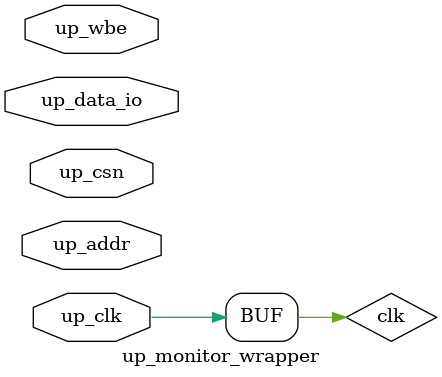
<source format=v>

`timescale 1ns/1ns

module up_monitor_wrapper (up_clk,up_wbe,up_csn,up_addr,up_data_io);

// common CPU bus interface
input        up_clk;
input        up_wbe,up_csn;  // negative logic
input [31:0] up_addr;
input [31:0] up_data_io;

// filter out glitches on the line with extra 4 clocks
reg up_wbe_d1, up_wbe_d2, up_wbe_d3, up_wbe_d4;
reg up_csn_d1, up_csn_d2, up_csn_d3, up_csn_d4;
always @(posedge up_clk) begin
	up_wbe_d1 <= up_wbe;
	up_wbe_d2 <= up_wbe_d1;
	up_wbe_d3 <= up_wbe_d2;
	up_wbe_d4 <= up_wbe_d3;
	up_csn_d1 <= up_csn;
	up_csn_d2 <= up_csn_d1;
	up_csn_d3 <= up_csn_d2;
	up_csn_d4 <= up_csn_d3;
end
reg wr_en_filtered, wr_en_filtered_d1;
always @(posedge up_clk) begin
	// negative logic changed to positive logic, with filter
	wr_en_filtered    <= (!up_wbe_d2 & !up_wbe_d3 & !up_wbe_d4) & (!up_csn_d2 & !up_csn_d3 & !up_csn_d4);
	wr_en_filtered_d1 <= wr_en_filtered;
end
reg rd_en_filtered, rd_en_filtered_d1;
always @(posedge up_clk) begin
	// negative logic changed to positive logic, with filter
	rd_en_filtered    <= (up_wbe_d2 & up_wbe_d3 & up_wbe_d4) & (!up_csn_d2 & !up_csn_d3 & !up_csn_d4);
	rd_en_filtered_d1 <= rd_en_filtered;
end

// latch the data at rising edge of up_csn(negative logic)
reg [31:0] up_addr_latch;
reg [31:0] up_data_latch;
always @(posedge up_csn) begin
	up_addr_latch <= up_addr;
	up_data_latch <= up_data_io;
end

// map to pipelined access interface
wire        clk     = up_clk;
wire        wr_en   = !wr_en_filtered & wr_en_filtered_d1;  // falling edge of write_enable(positive logic)
wire        rd_en   = !rd_en_filtered & rd_en_filtered_d1;  // falling edge of read_enable(positive logic)
wire [31:0] addr_in = up_addr_latch;
wire [31:0] data_in = up_data_latch;

up_monitor inst (
	.clk(clk),
	.wr_en(wr_en),
	.rd_en(rd_en),
	.addr_in(addr_in),
	.data_in(data_in)
);

endmodule

</source>
